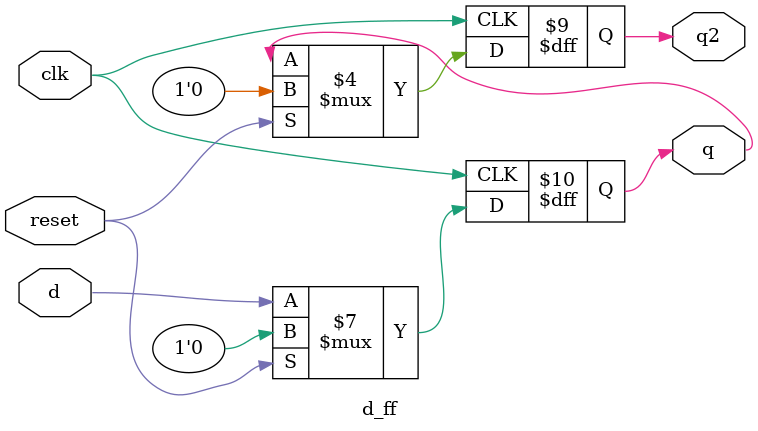
<source format=sv>
`timescale 1 ns/1 ps
module d_ff (input logic clk, reset, d, output logic q, q2);
always @(posedge clk)
begin
  if(reset) q <= 1'b0;
  else q <= d;
end
always @(posedge clk)
begin
  if(reset) q2 <= 1'b0;
  else q2 <= q;
end
endmodule

</source>
